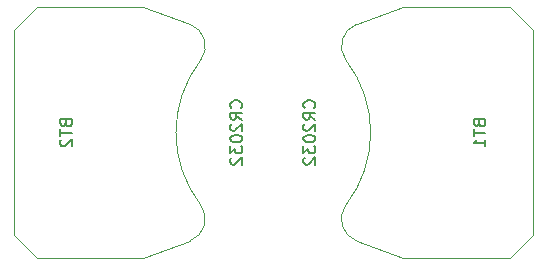
<source format=gbr>
%TF.GenerationSoftware,KiCad,Pcbnew,(5.1.12-1-10_14)*%
%TF.CreationDate,2021-12-01T14:47:09-05:00*%
%TF.ProjectId,blinky,626c696e-6b79-42e6-9b69-6361645f7063,rev?*%
%TF.SameCoordinates,Original*%
%TF.FileFunction,AssemblyDrawing,Bot*%
%FSLAX46Y46*%
G04 Gerber Fmt 4.6, Leading zero omitted, Abs format (unit mm)*
G04 Created by KiCad (PCBNEW (5.1.12-1-10_14)) date 2021-12-01 14:47:09*
%MOMM*%
%LPD*%
G01*
G04 APERTURE LIST*
%ADD10C,0.100000*%
%ADD11C,0.150000*%
G04 APERTURE END LIST*
D10*
%TO.C,BT2*%
X182930000Y-72410000D02*
X179000000Y-70970000D01*
X179000000Y-70970000D02*
X170000000Y-70970000D01*
X170000000Y-70970000D02*
X168010000Y-72960000D01*
X168010000Y-72960000D02*
X168010000Y-90240000D01*
X168010000Y-90240000D02*
X170000000Y-92230000D01*
X170000000Y-92230000D02*
X179000000Y-92230000D01*
X179000000Y-92230000D02*
X182930000Y-90790000D01*
X183838508Y-75503855D02*
G75*
G03*
X182930000Y-72410000I-1588508J1213855D01*
G01*
X183826043Y-75505148D02*
G75*
G03*
X183830000Y-87700000I7933957J-6094852D01*
G01*
X182928882Y-90780726D02*
G75*
G03*
X183830000Y-87700000I-678882J1870726D01*
G01*
%TO.C,BT1*%
X197070000Y-90790000D02*
X201000000Y-92230000D01*
X201000000Y-92230000D02*
X210000000Y-92230000D01*
X210000000Y-92230000D02*
X211990000Y-90240000D01*
X211990000Y-90240000D02*
X211990000Y-72960000D01*
X211990000Y-72960000D02*
X210000000Y-70970000D01*
X210000000Y-70970000D02*
X201000000Y-70970000D01*
X201000000Y-70970000D02*
X197070000Y-72410000D01*
X196161492Y-87696145D02*
G75*
G03*
X197070000Y-90790000I1588508J-1213855D01*
G01*
X196173957Y-87694852D02*
G75*
G03*
X196170000Y-75500000I-7933957J6094852D01*
G01*
X197071118Y-72419274D02*
G75*
G03*
X196170000Y-75500000I678882J-1870726D01*
G01*
%TD*%
%TO.C,BT2*%
D11*
X187257142Y-79504761D02*
X187304761Y-79457142D01*
X187352380Y-79314285D01*
X187352380Y-79219047D01*
X187304761Y-79076190D01*
X187209523Y-78980952D01*
X187114285Y-78933333D01*
X186923809Y-78885714D01*
X186780952Y-78885714D01*
X186590476Y-78933333D01*
X186495238Y-78980952D01*
X186400000Y-79076190D01*
X186352380Y-79219047D01*
X186352380Y-79314285D01*
X186400000Y-79457142D01*
X186447619Y-79504761D01*
X187352380Y-80504761D02*
X186876190Y-80171428D01*
X187352380Y-79933333D02*
X186352380Y-79933333D01*
X186352380Y-80314285D01*
X186400000Y-80409523D01*
X186447619Y-80457142D01*
X186542857Y-80504761D01*
X186685714Y-80504761D01*
X186780952Y-80457142D01*
X186828571Y-80409523D01*
X186876190Y-80314285D01*
X186876190Y-79933333D01*
X186447619Y-80885714D02*
X186400000Y-80933333D01*
X186352380Y-81028571D01*
X186352380Y-81266666D01*
X186400000Y-81361904D01*
X186447619Y-81409523D01*
X186542857Y-81457142D01*
X186638095Y-81457142D01*
X186780952Y-81409523D01*
X187352380Y-80838095D01*
X187352380Y-81457142D01*
X186352380Y-82076190D02*
X186352380Y-82171428D01*
X186400000Y-82266666D01*
X186447619Y-82314285D01*
X186542857Y-82361904D01*
X186733333Y-82409523D01*
X186971428Y-82409523D01*
X187161904Y-82361904D01*
X187257142Y-82314285D01*
X187304761Y-82266666D01*
X187352380Y-82171428D01*
X187352380Y-82076190D01*
X187304761Y-81980952D01*
X187257142Y-81933333D01*
X187161904Y-81885714D01*
X186971428Y-81838095D01*
X186733333Y-81838095D01*
X186542857Y-81885714D01*
X186447619Y-81933333D01*
X186400000Y-81980952D01*
X186352380Y-82076190D01*
X186352380Y-82742857D02*
X186352380Y-83361904D01*
X186733333Y-83028571D01*
X186733333Y-83171428D01*
X186780952Y-83266666D01*
X186828571Y-83314285D01*
X186923809Y-83361904D01*
X187161904Y-83361904D01*
X187257142Y-83314285D01*
X187304761Y-83266666D01*
X187352380Y-83171428D01*
X187352380Y-82885714D01*
X187304761Y-82790476D01*
X187257142Y-82742857D01*
X186447619Y-83742857D02*
X186400000Y-83790476D01*
X186352380Y-83885714D01*
X186352380Y-84123809D01*
X186400000Y-84219047D01*
X186447619Y-84266666D01*
X186542857Y-84314285D01*
X186638095Y-84314285D01*
X186780952Y-84266666D01*
X187352380Y-83695238D01*
X187352380Y-84314285D01*
X172428571Y-80814285D02*
X172476190Y-80957142D01*
X172523809Y-81004761D01*
X172619047Y-81052380D01*
X172761904Y-81052380D01*
X172857142Y-81004761D01*
X172904761Y-80957142D01*
X172952380Y-80861904D01*
X172952380Y-80480952D01*
X171952380Y-80480952D01*
X171952380Y-80814285D01*
X172000000Y-80909523D01*
X172047619Y-80957142D01*
X172142857Y-81004761D01*
X172238095Y-81004761D01*
X172333333Y-80957142D01*
X172380952Y-80909523D01*
X172428571Y-80814285D01*
X172428571Y-80480952D01*
X171952380Y-81338095D02*
X171952380Y-81909523D01*
X172952380Y-81623809D02*
X171952380Y-81623809D01*
X172047619Y-82195238D02*
X172000000Y-82242857D01*
X171952380Y-82338095D01*
X171952380Y-82576190D01*
X172000000Y-82671428D01*
X172047619Y-82719047D01*
X172142857Y-82766666D01*
X172238095Y-82766666D01*
X172380952Y-82719047D01*
X172952380Y-82147619D01*
X172952380Y-82766666D01*
%TO.C,BT1*%
X193457142Y-79504761D02*
X193504761Y-79457142D01*
X193552380Y-79314285D01*
X193552380Y-79219047D01*
X193504761Y-79076190D01*
X193409523Y-78980952D01*
X193314285Y-78933333D01*
X193123809Y-78885714D01*
X192980952Y-78885714D01*
X192790476Y-78933333D01*
X192695238Y-78980952D01*
X192600000Y-79076190D01*
X192552380Y-79219047D01*
X192552380Y-79314285D01*
X192600000Y-79457142D01*
X192647619Y-79504761D01*
X193552380Y-80504761D02*
X193076190Y-80171428D01*
X193552380Y-79933333D02*
X192552380Y-79933333D01*
X192552380Y-80314285D01*
X192600000Y-80409523D01*
X192647619Y-80457142D01*
X192742857Y-80504761D01*
X192885714Y-80504761D01*
X192980952Y-80457142D01*
X193028571Y-80409523D01*
X193076190Y-80314285D01*
X193076190Y-79933333D01*
X192647619Y-80885714D02*
X192600000Y-80933333D01*
X192552380Y-81028571D01*
X192552380Y-81266666D01*
X192600000Y-81361904D01*
X192647619Y-81409523D01*
X192742857Y-81457142D01*
X192838095Y-81457142D01*
X192980952Y-81409523D01*
X193552380Y-80838095D01*
X193552380Y-81457142D01*
X192552380Y-82076190D02*
X192552380Y-82171428D01*
X192600000Y-82266666D01*
X192647619Y-82314285D01*
X192742857Y-82361904D01*
X192933333Y-82409523D01*
X193171428Y-82409523D01*
X193361904Y-82361904D01*
X193457142Y-82314285D01*
X193504761Y-82266666D01*
X193552380Y-82171428D01*
X193552380Y-82076190D01*
X193504761Y-81980952D01*
X193457142Y-81933333D01*
X193361904Y-81885714D01*
X193171428Y-81838095D01*
X192933333Y-81838095D01*
X192742857Y-81885714D01*
X192647619Y-81933333D01*
X192600000Y-81980952D01*
X192552380Y-82076190D01*
X192552380Y-82742857D02*
X192552380Y-83361904D01*
X192933333Y-83028571D01*
X192933333Y-83171428D01*
X192980952Y-83266666D01*
X193028571Y-83314285D01*
X193123809Y-83361904D01*
X193361904Y-83361904D01*
X193457142Y-83314285D01*
X193504761Y-83266666D01*
X193552380Y-83171428D01*
X193552380Y-82885714D01*
X193504761Y-82790476D01*
X193457142Y-82742857D01*
X192647619Y-83742857D02*
X192600000Y-83790476D01*
X192552380Y-83885714D01*
X192552380Y-84123809D01*
X192600000Y-84219047D01*
X192647619Y-84266666D01*
X192742857Y-84314285D01*
X192838095Y-84314285D01*
X192980952Y-84266666D01*
X193552380Y-83695238D01*
X193552380Y-84314285D01*
X207428571Y-80814285D02*
X207476190Y-80957142D01*
X207523809Y-81004761D01*
X207619047Y-81052380D01*
X207761904Y-81052380D01*
X207857142Y-81004761D01*
X207904761Y-80957142D01*
X207952380Y-80861904D01*
X207952380Y-80480952D01*
X206952380Y-80480952D01*
X206952380Y-80814285D01*
X207000000Y-80909523D01*
X207047619Y-80957142D01*
X207142857Y-81004761D01*
X207238095Y-81004761D01*
X207333333Y-80957142D01*
X207380952Y-80909523D01*
X207428571Y-80814285D01*
X207428571Y-80480952D01*
X206952380Y-81338095D02*
X206952380Y-81909523D01*
X207952380Y-81623809D02*
X206952380Y-81623809D01*
X207952380Y-82766666D02*
X207952380Y-82195238D01*
X207952380Y-82480952D02*
X206952380Y-82480952D01*
X207095238Y-82385714D01*
X207190476Y-82290476D01*
X207238095Y-82195238D01*
%TD*%
M02*

</source>
